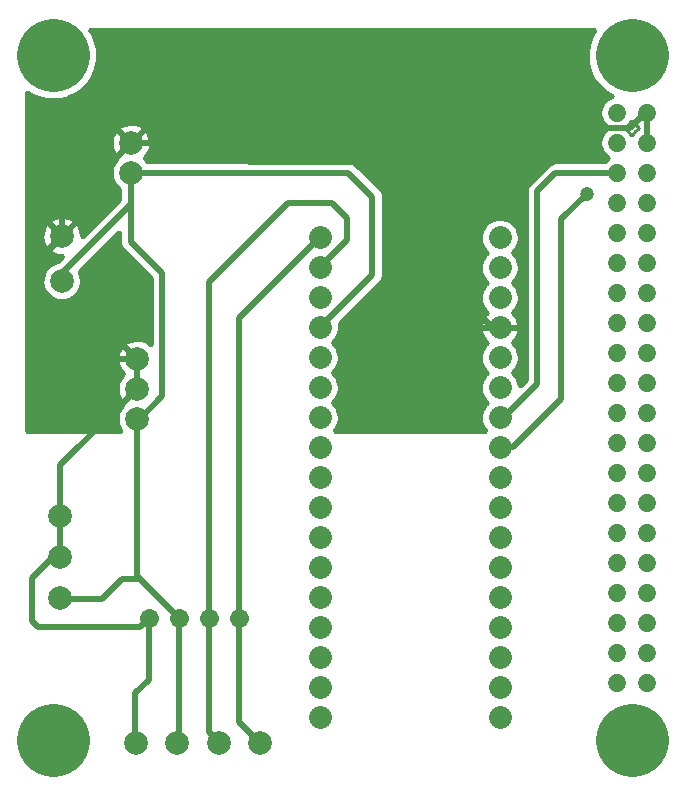
<source format=gbl>
G04 ( created by brdgerber.py ( brdgerber.py v0.1 2014-03-12 ) ) date 2021-01-26 02:29:10 EST*
G04 Gerber Fmt 3.4, Leading zero omitted, Abs format*
%MOIN*%
%FSLAX34Y34*%
G01*
G70*
G90*
G04 APERTURE LIST*
%ADD12C,0.0050*%
%ADD18C,0.0060*%
%ADD20C,0.0472*%
%ADD10C,0.0760*%
%ADD11C,0.0000*%
%ADD13C,0.0589*%
%ADD15C,0.0200*%
%ADD19C,0.0787*%
%ADD21C,0.0100*%
%ADD17C,0.0642*%
%ADD16C,0.0787*%
%ADD14C,0.2440*%
G04 APERTURE END LIST*
G54D12*
D10*
G01X-01600Y-09500D02*
G01X-01600Y-09500D01*
D10*
G01X-01600Y-08500D02*
G01X-01600Y-08500D01*
D10*
G01X-01600Y-07500D02*
G01X-01600Y-07500D01*
D10*
G01X-01600Y-06500D02*
G01X-01600Y-06500D01*
D10*
G01X-01600Y-05500D02*
G01X-01600Y-05500D01*
D10*
G01X-01600Y-04500D02*
G01X-01600Y-04500D01*
D10*
G01X-01600Y-03500D02*
G01X-01600Y-03500D01*
D10*
G01X-01600Y-02500D02*
G01X-01600Y-02500D01*
D10*
G01X-01600Y-01500D02*
G01X-01600Y-01500D01*
D10*
G01X-01600Y-00500D02*
G01X-01600Y-00500D01*
D10*
G01X-01600Y00500D02*
G01X-01600Y00500D01*
D10*
G01X04400Y03500D02*
G01X04400Y03500D01*
D10*
G01X04400Y02500D02*
G01X04400Y02500D01*
D10*
G01X-01600Y03500D02*
G01X-01600Y03500D01*
D10*
G01X-01600Y04500D02*
G01X-01600Y04500D01*
D10*
G01X-01600Y05500D02*
G01X-01600Y05500D01*
D10*
G01X-01600Y06500D02*
G01X-01600Y06500D01*
D10*
G01X04400Y06500D02*
G01X04400Y06500D01*
D10*
G01X04400Y05500D02*
G01X04400Y05500D01*
D10*
G01X04400Y04500D02*
G01X04400Y04500D01*
D10*
G01X-01600Y01500D02*
G01X-01600Y01500D01*
D10*
G01X-01600Y02500D02*
G01X-01600Y02500D01*
D10*
G01X04400Y01500D02*
G01X04400Y01500D01*
D10*
G01X04400Y00500D02*
G01X04400Y00500D01*
D10*
G01X04400Y-00500D02*
G01X04400Y-00500D01*
D10*
G01X04400Y-01500D02*
G01X04400Y-01500D01*
D10*
G01X04400Y-02500D02*
G01X04400Y-02500D01*
D10*
G01X04400Y-03500D02*
G01X04400Y-03500D01*
D10*
G01X04400Y-04500D02*
G01X04400Y-04500D01*
D10*
G01X04400Y-05500D02*
G01X04400Y-05500D01*
D10*
G01X04400Y-06500D02*
G01X04400Y-06500D01*
D10*
G01X04400Y-07500D02*
G01X04400Y-07500D01*
D10*
G01X04400Y-08500D02*
G01X04400Y-08500D01*
D10*
G01X04400Y-09500D02*
G01X04400Y-09500D01*
D13*
G01X08295Y10650D02*
G01X08295Y10650D01*
D13*
G01X09295Y10650D02*
G01X09295Y10650D01*
D13*
G01X08295Y09650D02*
G01X08295Y09650D01*
D13*
G01X09295Y09650D02*
G01X09295Y09650D01*
D13*
G01X08295Y08650D02*
G01X08295Y08650D01*
D13*
G01X09295Y08650D02*
G01X09295Y08650D01*
D13*
G01X08295Y07650D02*
G01X08295Y07650D01*
D13*
G01X09295Y07650D02*
G01X09295Y07650D01*
D13*
G01X08295Y06650D02*
G01X08295Y06650D01*
D13*
G01X09295Y06650D02*
G01X09295Y06650D01*
D13*
G01X08295Y05650D02*
G01X08295Y05650D01*
D13*
G01X09295Y05650D02*
G01X09295Y05650D01*
D13*
G01X08295Y04650D02*
G01X08295Y04650D01*
D13*
G01X09295Y04650D02*
G01X09295Y04650D01*
D13*
G01X08295Y03650D02*
G01X08295Y03650D01*
D13*
G01X09295Y03650D02*
G01X09295Y03650D01*
D13*
G01X08295Y02650D02*
G01X08295Y02650D01*
D13*
G01X09295Y02650D02*
G01X09295Y02650D01*
D13*
G01X08295Y01650D02*
G01X08295Y01650D01*
D13*
G01X09295Y01650D02*
G01X09295Y01650D01*
D13*
G01X08295Y00650D02*
G01X08295Y00650D01*
D13*
G01X09295Y00650D02*
G01X09295Y00650D01*
D13*
G01X08295Y-00350D02*
G01X08295Y-00350D01*
D13*
G01X09295Y-00350D02*
G01X09295Y-00350D01*
D13*
G01X08295Y-01350D02*
G01X08295Y-01350D01*
D13*
G01X09295Y-01350D02*
G01X09295Y-01350D01*
D13*
G01X08295Y-02350D02*
G01X08295Y-02350D01*
D13*
G01X09295Y-02350D02*
G01X09295Y-02350D01*
D13*
G01X08295Y-03350D02*
G01X08295Y-03350D01*
D13*
G01X09295Y-03350D02*
G01X09295Y-03350D01*
D13*
G01X08295Y-04350D02*
G01X08295Y-04350D01*
D13*
G01X09295Y-04350D02*
G01X09295Y-04350D01*
D13*
G01X08295Y-05350D02*
G01X08295Y-05350D01*
D13*
G01X09295Y-05350D02*
G01X09295Y-05350D01*
D13*
G01X08295Y-06350D02*
G01X08295Y-06350D01*
D13*
G01X09295Y-06350D02*
G01X09295Y-06350D01*
D13*
G01X08295Y-07350D02*
G01X08295Y-07350D01*
D13*
G01X09295Y-07350D02*
G01X09295Y-07350D01*
D13*
G01X08295Y-08350D02*
G01X08295Y-08350D01*
D13*
G01X09295Y-08350D02*
G01X09295Y-08350D01*
D14*
G01X-10496Y12568D02*
G01X-10496Y12568D01*
D14*
G01X08795Y12568D02*
G01X08795Y12568D01*
D14*
G01X08795Y-10267D02*
G01X08795Y-10267D01*
D14*
G01X-10496Y-10267D02*
G01X-10496Y-10267D01*
D15*
G01X-10200Y07350D02*
G01X-07900Y09650D01*
D16*
X-07900Y09650D03*
D16*
X-07900Y08650D03*
D16*
X-07700Y02450D03*
D16*
X-07700Y01450D03*
D16*
X-07700Y00450D03*
D16*
X-07728Y-10350D03*
D16*
X-06350Y-10350D03*
D16*
X-04972Y-10350D03*
D16*
X-03594Y-10350D03*
D17*
G01X-07300Y-06200D02*
G01X-07300Y-06200D01*
D17*
G01X-06300Y-06200D02*
G01X-06300Y-06200D01*
D17*
G01X-05300Y-06200D02*
G01X-05300Y-06200D01*
D17*
G01X-04300Y-06200D02*
G01X-04300Y-06200D01*
D16*
X-10250Y-02772D03*
D16*
X-10250Y-04150D03*
D16*
X-10250Y-05528D03*
D15*
G01X-10200Y06550D02*
G01X-10200Y07350D01*
D19*
X-10200Y06550D03*
D19*
X-10200Y05050D03*
D15*
G01X-07300Y-06200D02*
G01X-07300Y-08250D01*
D15*
G01X-07300Y-08250D02*
G01X-07750Y-08700D01*
D15*
G01X-07750Y-08700D02*
G01X-07750Y-10350D01*
D15*
G01X-06300Y-06200D02*
G01X-06300Y-10300D01*
D15*
G01X-06300Y-10300D02*
G01X-06350Y-10350D01*
D15*
G01X-05300Y-06200D02*
G01X-05300Y-10000D01*
D15*
G01X-05300Y-10000D02*
G01X-04950Y-10350D01*
D15*
G01X-04300Y-06200D02*
G01X-04300Y-09650D01*
D15*
G01X-04300Y-09650D02*
G01X-03600Y-10350D01*
D15*
G01X-10250Y-05550D02*
G01X-08850Y-05550D01*
D15*
G01X-08850Y-05550D02*
G01X-08200Y-04900D01*
D15*
G01X-08200Y-04900D02*
G01X-07600Y-04900D01*
D15*
G01X-07600Y-04900D02*
G01X-06300Y-06200D01*
D15*
G01X-10250Y-04150D02*
G01X-10500Y-04150D01*
D15*
G01X-10500Y-04150D02*
G01X-11200Y-04850D01*
D15*
G01X-11200Y-04850D02*
G01X-11200Y-06300D01*
D15*
G01X-11200Y-06300D02*
G01X-11000Y-06500D01*
D15*
G01X-11000Y-06500D02*
G01X-07600Y-06500D01*
D15*
G01X-07600Y-06500D02*
G01X-07300Y-06200D01*
D15*
G01X-10250Y-04150D02*
G01X-10250Y-02750D01*
D15*
G01X-10250Y-02750D02*
G01X-10250Y-01100D01*
D15*
G01X-10250Y-01100D02*
G01X-07700Y01450D01*
D15*
G01X-07700Y02450D02*
G01X-07700Y01450D01*
D15*
G01X-07700Y00450D02*
G01X-07700Y-04800D01*
D15*
G01X-07700Y-04800D02*
G01X-07600Y-04900D01*
D15*
G01X-05300Y-06200D02*
G01X-05300Y05000D01*
D15*
G01X-05300Y05000D02*
G01X-02650Y07650D01*
D15*
G01X-02650Y07650D02*
G01X-01200Y07650D01*
D15*
G01X-01200Y07650D02*
G01X-00700Y07150D01*
D15*
G01X-00700Y07150D02*
G01X-00700Y06400D01*
D15*
G01X-00700Y06400D02*
G01X-01600Y05500D01*
D15*
G01X-04300Y-06200D02*
G01X-04300Y03800D01*
D15*
G01X-04300Y03800D02*
G01X-01600Y06500D01*
D15*
G01X-10200Y05050D02*
G01X-10200Y05300D01*
D15*
G01X-10200Y05300D02*
G01X-07900Y07600D01*
D15*
G01X-07900Y07600D02*
G01X-07900Y08650D01*
D15*
G01X-07700Y00450D02*
G01X-07600Y00450D01*
D15*
G01X-07600Y00450D02*
G01X-06850Y01200D01*
D15*
G01X-06850Y01200D02*
G01X-06850Y05300D01*
D15*
G01X-06850Y05300D02*
G01X-07900Y06350D01*
D15*
G01X-07900Y06350D02*
G01X-07900Y07650D01*
D15*
G01X-07700Y02450D02*
G01X-09050Y02450D01*
D15*
G01X-09050Y02450D02*
G01X-10950Y04350D01*
D15*
G01X-10950Y04350D02*
G01X-10950Y05800D01*
D15*
G01X-10950Y05800D02*
G01X-10200Y06550D01*
D15*
G01X09300Y10650D02*
G01X09300Y09650D01*
D15*
G01X09300Y10650D02*
G01X09250Y10650D01*
D15*
G01X09250Y10650D02*
G01X08750Y10150D01*
D15*
G01X08750Y10150D02*
G01X-00200Y10150D01*
D15*
G01X04400Y03500D02*
G01X04150Y03500D01*
D15*
G01X04150Y03500D02*
G01X03250Y04400D01*
D15*
G01X03250Y04400D02*
G01X03250Y09400D01*
D15*
G01X03250Y09400D02*
G01X02500Y10150D01*
D15*
G01X-07900Y08650D02*
G01X-00650Y08650D01*
D15*
G01X-00650Y08650D02*
G01X00150Y07850D01*
D15*
G01X00150Y07850D02*
G01X00150Y05250D01*
D15*
G01X00150Y05250D02*
G01X-01600Y03500D01*
D15*
G01X05650Y08050D02*
G01X06250Y08650D01*
D15*
G01X05650Y01600D02*
G01X05650Y08050D01*
D15*
G01X04550Y00500D02*
G01X05650Y01600D01*
D15*
G01X06250Y08650D02*
G01X08300Y08650D01*
D15*
G01X04400Y00500D02*
G01X04550Y00500D01*
D15*
G01X04400Y-00500D02*
G01X04850Y-00500D01*
D15*
G01X04850Y-00500D02*
G01X06450Y01100D01*
D15*
G01X06450Y01100D02*
G01X06450Y07100D01*
D15*
G01X06450Y07100D02*
G01X07300Y07950D01*
D20*
X07300Y07950D03*
D15*
G01X-07900Y09650D02*
G01X-00700Y09650D01*
D15*
G01X-00700Y09650D02*
G01X-00200Y10150D01*
G36*
G01X-08234Y00029D02*
G01X-08223Y00069D01*
G01X-08271Y00153D01*
G01X-08321Y00281D01*
G01X-08342Y00408D01*
G01X-08341Y00504D01*
G01X-08317Y00632D01*
G01X-08268Y00754D01*
G01X-08197Y00859D01*
G01X-08143Y00915D01*
G01X-08130Y00942D01*
G01X-08134Y00972D01*
G01X-08199Y01043D01*
G01X-08271Y01153D01*
G01X-08321Y01281D01*
G01X-08342Y01408D01*
G01X-08341Y01505D01*
G01X-08317Y01632D01*
G01X-08268Y01754D01*
G01X-08197Y01859D01*
G01X-08143Y01915D01*
G01X-08130Y01942D01*
G01X-08134Y01972D01*
G01X-08199Y02043D01*
G01X-08271Y02153D01*
G01X-08321Y02281D01*
G01X-08342Y02408D01*
G01X-08341Y02504D01*
G01X-08317Y02632D01*
G01X-08268Y02754D01*
G01X-08197Y02859D01*
G01X-08189Y02868D01*
G01X-07735Y02414D01*
G01X-07664Y02485D01*
G01X-08118Y02939D01*
G01X-08020Y03008D01*
G01X-07901Y03061D01*
G01X-07771Y03089D01*
G01X-07694Y03094D01*
G01X-07551Y03076D01*
G01X-07431Y03035D01*
G01X-07258Y02926D01*
G01X-07236Y02926D01*
G01X-07202Y02953D01*
G01X-07201Y05154D01*
G01X-08184Y06145D01*
G01X-08220Y06209D01*
G01X-08246Y06301D01*
G01X-08247Y06641D01*
G01X-08253Y06664D01*
G01X-08268Y06682D01*
G01X-08313Y06689D01*
G01X-09614Y05391D01*
G01X-09629Y05349D01*
G01X-09577Y05210D01*
G01X-09558Y05090D01*
G01X-09562Y04974D01*
G01X-09590Y04846D01*
G01X-09646Y04723D01*
G01X-09731Y04609D01*
G01X-09852Y04510D01*
G01X-09971Y04449D01*
G01X-10091Y04416D01*
G01X-10236Y04407D01*
G01X-10361Y04427D01*
G01X-10485Y04473D01*
G01X-10607Y04552D01*
G01X-10700Y04646D01*
G01X-10779Y04770D01*
G01X-10825Y04897D01*
G01X-10843Y05018D01*
G01X-10843Y06518D01*
G01X-10837Y06634D01*
G01X-10805Y06768D01*
G01X-10752Y06880D01*
G01X-10686Y06966D01*
G01X-10616Y07037D01*
G01X-10562Y07083D01*
G01X-10431Y07150D01*
G01X-10308Y07184D01*
G01X-10239Y07192D01*
G01X-10120Y07188D01*
G01X-09989Y07158D01*
G01X-09874Y07105D01*
G01X-09783Y07038D01*
G01X-10200Y06621D01*
G01X-10616Y07037D01*
G01X-10686Y06966D01*
G01X-10271Y06550D01*
G01X-10687Y06133D01*
G01X-10700Y06146D01*
G01X-10780Y06272D01*
G01X-10825Y06397D01*
G01X-10843Y06518D01*
G01X-10843Y05018D01*
G01X-10837Y05134D01*
G01X-10805Y05268D01*
G01X-10752Y05380D01*
G01X-10661Y05499D01*
G01X-10562Y05583D01*
G01X-10431Y05650D01*
G01X-10313Y05682D01*
G01X-10154Y05844D01*
G01X-10153Y05868D01*
G01X-10163Y05890D01*
G01X-10181Y05905D01*
G01X-10361Y05927D01*
G01X-10485Y05973D01*
G01X-10607Y06052D01*
G01X-10617Y06062D01*
G01X-10164Y06514D01*
G01X-09711Y06968D01*
G01X-09705Y06961D01*
G01X-09626Y06839D01*
G01X-09577Y06710D01*
G01X-09554Y06531D01*
G01X-09539Y06513D01*
G01X-09517Y06504D01*
G01X-09494Y06505D01*
G01X-08252Y07746D01*
G01X-08247Y08083D01*
G01X-08263Y08120D01*
G01X-08401Y08245D01*
G01X-08472Y08355D01*
G01X-08521Y08481D01*
G01X-08542Y08605D01*
G01X-08541Y08704D01*
G01X-08517Y08832D01*
G01X-08468Y08954D01*
G01X-08397Y09059D01*
G01X-08343Y09115D01*
G01X-08330Y09142D01*
G01X-08334Y09172D01*
G01X-08399Y09243D01*
G01X-08472Y09355D01*
G01X-08521Y09481D01*
G01X-08542Y09605D01*
G01X-08541Y09704D01*
G01X-08517Y09832D01*
G01X-08466Y09957D01*
G01X-08397Y10059D01*
G01X-08389Y10068D01*
G01X-08318Y10139D01*
G01X-08220Y10208D01*
G01X-08101Y10261D01*
G01X-07971Y10289D01*
G01X-07894Y10294D01*
G01X-07751Y10276D01*
G01X-07631Y10235D01*
G01X-07520Y10169D01*
G01X-07485Y10136D01*
G01X-07900Y09721D01*
G01X-08318Y10139D01*
G01X-08389Y10068D01*
G01X-07935Y09614D01*
G01X-07900Y09650D01*
G01X-07864Y09614D01*
G01X-07411Y10068D01*
G01X-07404Y10061D01*
G01X-07324Y09938D01*
G01X-07278Y09813D01*
G01X-07257Y09689D01*
G01X-07270Y09524D01*
G01X-07308Y09397D01*
G01X-07380Y09271D01*
G01X-07417Y09224D01*
G01X-07456Y09190D01*
G01X-07472Y09162D01*
G01X-07468Y09131D01*
G01X-07406Y09063D01*
G01X-07379Y09021D01*
G01X-07347Y09000D01*
G01X-00599Y08996D01*
G01X-00498Y08965D01*
G01X-00438Y08928D01*
G01X00398Y08098D01*
G01X04469Y07126D01*
G01X04602Y07097D01*
G01X04719Y07043D01*
G01X04826Y06964D01*
G01X04925Y06849D01*
G01X04985Y06733D01*
G01X05021Y06606D01*
G01X05029Y06535D01*
G01X05027Y06439D01*
G01X05001Y06311D01*
G01X04945Y06184D01*
G01X04873Y06084D01*
G01X04824Y06041D01*
G01X04807Y06010D01*
G01X04815Y05976D01*
G01X04925Y05849D01*
G01X04985Y05733D01*
G01X05021Y05606D01*
G01X05029Y05535D01*
G01X05027Y05440D01*
G01X05001Y05311D01*
G01X04945Y05184D01*
G01X04873Y05084D01*
G01X04824Y05041D01*
G01X04807Y05010D01*
G01X04815Y04976D01*
G01X04925Y04849D01*
G01X04985Y04733D01*
G01X05021Y04606D01*
G01X05029Y04535D01*
G01X05027Y04439D01*
G01X05001Y04311D01*
G01X04945Y04184D01*
G01X04873Y04084D01*
G01X04824Y04041D01*
G01X04807Y04010D01*
G01X04815Y03976D01*
G01X04925Y03849D01*
G01X04985Y03733D01*
G01X05021Y03606D01*
G01X05027Y03550D01*
G01X03774Y03550D01*
G01X03775Y03576D01*
G01X03807Y03712D01*
G01X03861Y03827D01*
G01X03941Y03931D01*
G01X03977Y03961D01*
G01X03994Y03989D01*
G01X03990Y04022D01*
G01X03906Y04109D01*
G01X03835Y04222D01*
G01X03789Y04346D01*
G01X03770Y04484D01*
G01X03775Y04576D01*
G01X03807Y04712D01*
G01X03862Y04828D01*
G01X03941Y04931D01*
G01X03977Y04961D01*
G01X03994Y04989D01*
G01X03990Y05022D01*
G01X03906Y05109D01*
G01X03835Y05223D01*
G01X03789Y05346D01*
G01X03770Y05484D01*
G01X03775Y05576D01*
G01X03807Y05712D01*
G01X03861Y05827D01*
G01X03941Y05931D01*
G01X03977Y05961D01*
G01X03994Y05989D01*
G01X03990Y06022D01*
G01X03906Y06109D01*
G01X03835Y06222D01*
G01X03789Y06346D01*
G01X03770Y06484D01*
G01X03775Y06576D01*
G01X03807Y06712D01*
G01X03861Y06827D01*
G01X03944Y06935D01*
G01X04056Y07028D01*
G01X04177Y07089D01*
G01X04302Y07122D01*
G01X04372Y07129D01*
G01X04469Y07126D01*
G01X00398Y08098D01*
G01X00466Y08000D01*
G01X00491Y07929D01*
G01X00500Y07865D01*
G01X00494Y05312D01*
G01X00500Y05235D01*
G01X00476Y05123D01*
G01X00446Y05062D01*
G01X-00969Y03635D01*
G01X-00976Y03619D01*
G01X-00973Y03439D01*
G01X-00999Y03311D01*
G01X-01055Y03184D01*
G01X-01127Y03084D01*
G01X-01176Y03041D01*
G01X-01193Y03010D01*
G01X-01185Y02976D01*
G01X-01075Y02849D01*
G01X-01015Y02733D01*
G01X-00979Y02606D01*
G01X-00971Y02535D01*
G01X-00973Y02439D01*
G01X-00999Y02311D01*
G01X-01055Y02184D01*
G01X-01127Y02084D01*
G01X-01176Y02041D01*
G01X-01193Y02010D01*
G01X-01185Y01976D01*
G01X-01075Y01849D01*
G01X-01015Y01733D01*
G01X-00979Y01606D01*
G01X-00971Y01535D01*
G01X-00973Y01439D01*
G01X-00999Y01311D01*
G01X-01055Y01184D01*
G01X-01127Y01084D01*
G01X-01176Y01041D01*
G01X-01193Y01010D01*
G01X-01185Y00976D01*
G01X-01075Y00849D01*
G01X-01015Y00733D01*
G01X-00979Y00606D01*
G01X-00971Y00535D01*
G01X-00973Y00439D01*
G01X-00999Y00311D01*
G01X-01055Y00184D01*
G01X-01131Y00071D01*
G01X-01121Y00030D01*
G01X-01082Y00013D01*
G01X03905Y00017D01*
G01X03931Y00054D01*
G01X03930Y00077D01*
G01X03835Y00222D01*
G01X03789Y00346D01*
G01X03770Y00484D01*
G01X03775Y00576D01*
G01X03807Y00712D01*
G01X03861Y00827D01*
G01X03941Y00931D01*
G01X03977Y00961D01*
G01X03994Y00989D01*
G01X03990Y01022D01*
G01X03906Y01109D01*
G01X03835Y01222D01*
G01X03789Y01346D01*
G01X03770Y01484D01*
G01X03775Y01576D01*
G01X03807Y01712D01*
G01X03861Y01827D01*
G01X03941Y01931D01*
G01X03977Y01961D01*
G01X03994Y01989D01*
G01X03990Y02022D01*
G01X03906Y02109D01*
G01X03835Y02222D01*
G01X03789Y02346D01*
G01X03770Y02484D01*
G01X03775Y02576D01*
G01X03807Y02712D01*
G01X03861Y02827D01*
G01X03941Y02931D01*
G01X03977Y02961D01*
G01X03994Y02989D01*
G01X03990Y03022D01*
G01X03906Y03109D01*
G01X03835Y03222D01*
G01X03789Y03346D01*
G01X03775Y03450D01*
G01X05027Y03450D01*
G01X05027Y03439D01*
G01X05001Y03311D01*
G01X04945Y03184D01*
G01X04873Y03084D01*
G01X04824Y03041D01*
G01X04807Y03010D01*
G01X04815Y02976D01*
G01X04925Y02849D01*
G01X04985Y02733D01*
G01X05021Y02606D01*
G01X05029Y02535D01*
G01X05027Y02439D01*
G01X05001Y02311D01*
G01X04945Y02184D01*
G01X04873Y02084D01*
G01X04824Y02041D01*
G01X04807Y02010D01*
G01X04815Y01976D01*
G01X04925Y01849D01*
G01X04985Y01733D01*
G01X05024Y01582D01*
G01X05048Y01545D01*
G01X05069Y01538D01*
G01X05091Y01541D01*
G01X05299Y01746D01*
G01X05301Y08056D01*
G01X05311Y08137D01*
G01X05330Y08188D01*
G01X05370Y08259D01*
G01X06038Y08927D01*
G01X06093Y08963D01*
G01X06161Y08988D01*
G01X06242Y08999D01*
G01X07864Y08998D01*
G01X07893Y09015D01*
G01X08016Y09121D01*
G01X08024Y09161D01*
G01X08000Y09193D01*
G01X07907Y09267D01*
G01X07844Y09347D01*
G01X07796Y09432D01*
G01X07755Y09580D01*
G01X07751Y09675D01*
G01X07769Y09791D01*
G01X07806Y09890D01*
G01X07847Y09960D01*
G01X07912Y10038D01*
G01X08016Y10121D01*
G01X08024Y10161D01*
G01X08000Y10193D01*
G01X07907Y10267D01*
G01X07844Y10347D01*
G01X07796Y10432D01*
G01X07768Y10514D01*
G01X07755Y10580D01*
G01X07751Y10675D01*
G01X07769Y10791D01*
G01X07806Y10890D01*
G01X07847Y10960D01*
G01X07912Y11038D01*
G01X07992Y11101D01*
G01X08076Y11148D01*
G01X08145Y11176D01*
G01X08160Y11218D01*
G01X08152Y11240D01*
G01X07982Y11343D01*
G01X07828Y11461D01*
G01X07713Y11573D01*
G01X07590Y11726D01*
G01X07487Y11897D01*
G01X07402Y12097D01*
G01X07350Y12300D01*
G01X07326Y12510D01*
G01X07332Y12715D01*
G01X07363Y12900D01*
G01X07394Y13014D01*
G01X07478Y13222D01*
G01X07572Y13383D01*
G01X07577Y13423D01*
G01X07549Y13454D01*
G01X-09233Y13458D01*
G01X-09271Y13441D01*
G01X-09283Y13401D01*
G01X-09205Y13271D01*
G01X-09123Y13094D01*
G01X-09083Y12975D01*
G01X-09041Y12774D01*
G01X-09030Y12675D01*
G01X-09030Y12464D01*
G01X-09058Y12267D01*
G01X-09122Y12045D01*
G01X-09204Y11867D01*
G01X-09309Y11703D01*
G01X-09456Y11530D01*
G01X-09627Y11383D01*
G01X-09788Y11280D01*
G01X-09962Y11198D01*
G01X-10069Y11161D01*
G01X-10275Y11115D01*
G01X-10526Y11098D01*
G01X-10742Y11120D01*
G01X-10955Y11172D01*
G01X-11143Y11248D01*
G01X-11318Y11349D01*
G01X-11353Y11351D01*
G01X-11378Y11332D01*
G01X-11389Y11303D01*
G01X-11386Y00047D01*
G01X-11367Y00022D01*
G01X-11338Y00012D01*
G01X-08272Y00012D01*
G01X-08234Y00029D01*
G01X-08234Y00029D01*
G37*
D21*
G01X08752Y09944D02*
G01X08752Y09944D01*
G01X08683Y10033D01*
G01X08590Y10107D01*
G01X08566Y10139D01*
G01X08574Y10179D01*
G01X08678Y10262D01*
G01X08752Y10355D01*
G01X08784Y10379D01*
G01X08824Y10371D01*
G01X08907Y10267D01*
G01X09000Y10193D01*
G01X09024Y10161D01*
G01X09016Y10121D01*
G01X08912Y10038D01*
G01X08838Y09945D01*
G01X08806Y09921D01*
G01X08785Y09921D01*
G01X08752Y09944D01*
D21*
G01X-07485Y10136D02*
G01X-07485Y10136D01*
G01X-07520Y10169D01*
G01X-07631Y10235D01*
G01X-07751Y10276D01*
G01X-07894Y10294D01*
G01X-07971Y10289D01*
G01X-08101Y10261D01*
G01X-08220Y10208D01*
G01X-08318Y10139D01*
G01X-07900Y09721D01*
G01X-07900Y09721D01*
G01X-07485Y10136D01*
D21*
G01X-09783Y07038D02*
G01X-09783Y07038D01*
G01X-09874Y07105D01*
G01X-09989Y07158D01*
G01X-10120Y07188D01*
G01X-10239Y07192D01*
G01X-10308Y07184D01*
G01X-10431Y07150D01*
G01X-10562Y07083D01*
G01X-10616Y07037D01*
G01X-10200Y06621D01*
G01X-10200Y06621D01*
G01X-09783Y07038D01*
D21*
G01X-10271Y06550D02*
G01X-10271Y06550D01*
G01X-10686Y06966D01*
G01X-10752Y06880D01*
G01X-10805Y06768D01*
G01X-10837Y06634D01*
G01X-10843Y06518D01*
G01X-10825Y06397D01*
G01X-10780Y06272D01*
G01X-10700Y06146D01*
G01X-10687Y06133D01*
G01X-10687Y06133D01*
G01X-10271Y06550D01*
D21*
G01X05027Y03550D02*
G01X05027Y03550D01*
G01X05021Y03606D01*
G01X04985Y03733D01*
G01X04925Y03849D01*
G01X04815Y03976D01*
G01X04807Y04010D01*
G01X04824Y04041D01*
G01X04873Y04084D01*
G01X04945Y04184D01*
G01X05001Y04311D01*
G01X05027Y04439D01*
G01X05029Y04535D01*
G01X05021Y04606D01*
G01X04985Y04733D01*
G01X04925Y04849D01*
G01X04815Y04976D01*
G01X04807Y05010D01*
G01X04824Y05041D01*
G01X04873Y05084D01*
G01X04945Y05184D01*
G01X05001Y05311D01*
G01X05027Y05440D01*
G01X05029Y05535D01*
G01X05021Y05606D01*
G01X04985Y05733D01*
G01X04925Y05849D01*
G01X04815Y05976D01*
G01X04807Y06010D01*
G01X04824Y06041D01*
G01X04873Y06084D01*
G01X04945Y06184D01*
G01X05001Y06311D01*
G01X05027Y06439D01*
G01X05029Y06535D01*
G01X05021Y06606D01*
G01X04985Y06733D01*
G01X04925Y06849D01*
G01X04826Y06964D01*
G01X04719Y07043D01*
G01X04602Y07097D01*
G01X04469Y07126D01*
G01X04372Y07129D01*
G01X04302Y07122D01*
G01X04177Y07089D01*
G01X04056Y07028D01*
G01X03944Y06935D01*
G01X03861Y06827D01*
G01X03807Y06712D01*
G01X03775Y06576D01*
G01X03770Y06484D01*
G01X03789Y06346D01*
G01X03835Y06222D01*
G01X03906Y06109D01*
G01X03990Y06022D01*
G01X03994Y05989D01*
G01X03977Y05961D01*
G01X03941Y05931D01*
G01X03861Y05827D01*
G01X03807Y05712D01*
G01X03775Y05576D01*
G01X03770Y05484D01*
G01X03789Y05346D01*
G01X03835Y05223D01*
G01X03906Y05109D01*
G01X03990Y05022D01*
G01X03994Y04989D01*
G01X03977Y04961D01*
G01X03941Y04931D01*
G01X03862Y04828D01*
G01X03807Y04712D01*
G01X03775Y04576D01*
G01X03770Y04484D01*
G01X03789Y04346D01*
G01X03835Y04222D01*
G01X03906Y04109D01*
G01X03990Y04022D01*
G01X03994Y03989D01*
G01X03977Y03961D01*
G01X03941Y03931D01*
G01X03861Y03827D01*
G01X03807Y03712D01*
G01X03775Y03576D01*
G01X03774Y03550D01*
G01X03774Y03550D01*
G01X05027Y03550D01*
D21*
G01X-11368Y00023D02*
G01X-11368Y00023D01*
G01X-11387Y00048D01*
G01X-11389Y11303D01*
G01X-11379Y11332D01*
G01X-11354Y11351D01*
G01X-11318Y11349D01*
G01X-11143Y11248D01*
G01X-10955Y11172D01*
G01X-10742Y11120D01*
G01X-10526Y11098D01*
G01X-10275Y11115D01*
G01X-10069Y11161D01*
G01X-09962Y11198D01*
G01X-09788Y11280D01*
G01X-09627Y11383D01*
G01X-09456Y11530D01*
G01X-09309Y11703D01*
G01X-09204Y11867D01*
G01X-09122Y12045D01*
G01X-09058Y12267D01*
G01X-09030Y12464D01*
G01X-09030Y12675D01*
G01X-09041Y12774D01*
G01X-09083Y12975D01*
G01X-09123Y13094D01*
G01X-09205Y13271D01*
G01X-09283Y13401D01*
G01X-09271Y13441D01*
G01X-09233Y13458D01*
G01X07549Y13454D01*
G01X07577Y13423D01*
G01X07572Y13383D01*
G01X07478Y13222D01*
G01X07394Y13014D01*
G01X07363Y12900D01*
G01X07332Y12715D01*
G01X07326Y12510D01*
G01X07350Y12300D01*
G01X07402Y12097D01*
G01X07487Y11897D01*
G01X07590Y11726D01*
G01X07713Y11573D01*
G01X07828Y11461D01*
G01X07982Y11343D01*
G01X08152Y11240D01*
G01X08160Y11218D01*
G01X08145Y11176D01*
G01X08076Y11148D01*
G01X07992Y11101D01*
G01X07912Y11038D01*
G01X07847Y10960D01*
G01X07806Y10890D01*
G01X07769Y10791D01*
G01X07751Y10675D01*
G01X07755Y10580D01*
G01X07768Y10514D01*
G01X07796Y10432D01*
G01X07844Y10347D01*
G01X07907Y10267D01*
G01X08000Y10193D01*
G01X08024Y10161D01*
G01X08016Y10121D01*
G01X07912Y10038D01*
G01X07847Y09960D01*
G01X07806Y09890D01*
G01X07769Y09791D01*
G01X07751Y09675D01*
G01X07755Y09580D01*
G01X07796Y09432D01*
G01X07844Y09347D01*
G01X07907Y09267D01*
G01X08000Y09193D01*
G01X08024Y09161D01*
G01X08016Y09121D01*
G01X07893Y09015D01*
G01X07864Y08998D01*
G01X06242Y08999D01*
G01X06161Y08988D01*
G01X06093Y08963D01*
G01X06038Y08927D01*
G01X05370Y08259D01*
G01X05330Y08188D01*
G01X05311Y08137D01*
G01X05301Y08056D01*
G01X05299Y01746D01*
G01X05091Y01541D01*
G01X05069Y01538D01*
G01X05048Y01545D01*
G01X05024Y01582D01*
G01X04985Y01733D01*
G01X04925Y01849D01*
G01X04815Y01976D01*
G01X04807Y02010D01*
G01X04824Y02041D01*
G01X04873Y02084D01*
G01X04945Y02184D01*
G01X05001Y02311D01*
G01X05027Y02439D01*
G01X05029Y02535D01*
G01X05021Y02606D01*
G01X04985Y02733D01*
G01X04925Y02849D01*
G01X04815Y02976D01*
G01X04807Y03010D01*
G01X04824Y03041D01*
G01X04873Y03084D01*
G01X04945Y03184D01*
G01X05001Y03311D01*
G01X05027Y03439D01*
G01X05027Y03450D01*
G01X03775Y03450D01*
G01X03789Y03346D01*
G01X03835Y03222D01*
G01X03906Y03109D01*
G01X03990Y03022D01*
G01X03994Y02989D01*
G01X03977Y02961D01*
G01X03941Y02931D01*
G01X03861Y02827D01*
G01X03807Y02712D01*
G01X03775Y02576D01*
G01X03770Y02484D01*
G01X03789Y02346D01*
G01X03835Y02222D01*
G01X03906Y02109D01*
G01X03990Y02022D01*
G01X03994Y01989D01*
G01X03977Y01961D01*
G01X03941Y01931D01*
G01X03861Y01827D01*
G01X03807Y01712D01*
G01X03775Y01576D01*
G01X03770Y01484D01*
G01X03789Y01346D01*
G01X03835Y01222D01*
G01X03906Y01109D01*
G01X03990Y01022D01*
G01X03994Y00989D01*
G01X03977Y00961D01*
G01X03941Y00931D01*
G01X03861Y00827D01*
G01X03807Y00712D01*
G01X03775Y00576D01*
G01X03770Y00484D01*
G01X03789Y00346D01*
G01X03835Y00222D01*
G01X03930Y00078D01*
G01X03931Y00055D01*
G01X03905Y00018D01*
G01X-01082Y00013D01*
G01X-01121Y00031D01*
G01X-01131Y00072D01*
G01X-01055Y00184D01*
G01X-00999Y00311D01*
G01X-00973Y00439D01*
G01X-00971Y00535D01*
G01X-00979Y00606D01*
G01X-01015Y00733D01*
G01X-01075Y00849D01*
G01X-01185Y00976D01*
G01X-01193Y01010D01*
G01X-01176Y01041D01*
G01X-01127Y01084D01*
G01X-01055Y01184D01*
G01X-00999Y01311D01*
G01X-00973Y01439D01*
G01X-00971Y01535D01*
G01X-00979Y01606D01*
G01X-01015Y01733D01*
G01X-01075Y01849D01*
G01X-01185Y01976D01*
G01X-01193Y02010D01*
G01X-01176Y02041D01*
G01X-01127Y02084D01*
G01X-01055Y02184D01*
G01X-00999Y02311D01*
G01X-00973Y02439D01*
G01X-00971Y02535D01*
G01X-00979Y02606D01*
G01X-01015Y02733D01*
G01X-01075Y02849D01*
G01X-01185Y02976D01*
G01X-01193Y03010D01*
G01X-01176Y03041D01*
G01X-01127Y03084D01*
G01X-01055Y03184D01*
G01X-00999Y03311D01*
G01X-00973Y03439D01*
G01X-00976Y03619D01*
G01X-00969Y03635D01*
G01X00446Y05062D01*
G01X00476Y05123D01*
G01X00500Y05235D01*
G01X00494Y05312D01*
G01X00500Y07865D01*
G01X00491Y07929D01*
G01X00466Y08000D01*
G01X00398Y08098D01*
G01X-00438Y08928D01*
G01X-00498Y08965D01*
G01X-00599Y08996D01*
G01X-07347Y09000D01*
G01X-07379Y09021D01*
G01X-07406Y09063D01*
G01X-07468Y09131D01*
G01X-07472Y09162D01*
G01X-07456Y09190D01*
G01X-07417Y09224D01*
G01X-07380Y09271D01*
G01X-07308Y09397D01*
G01X-07270Y09524D01*
G01X-07257Y09689D01*
G01X-07278Y09813D01*
G01X-07324Y09938D01*
G01X-07404Y10061D01*
G01X-07411Y10068D01*
G01X-07865Y09615D01*
G01X-07900Y09650D01*
G01X-07935Y09615D01*
G01X-08389Y10068D01*
G01X-08397Y10059D01*
G01X-08466Y09957D01*
G01X-08517Y09832D01*
G01X-08541Y09704D01*
G01X-08542Y09605D01*
G01X-08521Y09481D01*
G01X-08472Y09355D01*
G01X-08399Y09243D01*
G01X-08334Y09172D01*
G01X-08330Y09142D01*
G01X-08343Y09115D01*
G01X-08397Y09059D01*
G01X-08468Y08954D01*
G01X-08517Y08832D01*
G01X-08541Y08704D01*
G01X-08542Y08605D01*
G01X-08521Y08481D01*
G01X-08472Y08355D01*
G01X-08401Y08245D01*
G01X-08263Y08120D01*
G01X-08247Y08083D01*
G01X-08252Y07746D01*
G01X-09494Y06505D01*
G01X-09517Y06504D01*
G01X-09539Y06513D01*
G01X-09554Y06531D01*
G01X-09577Y06710D01*
G01X-09626Y06839D01*
G01X-09705Y06961D01*
G01X-09711Y06968D01*
G01X-10165Y06515D01*
G01X-10617Y06062D01*
G01X-10607Y06052D01*
G01X-10485Y05973D01*
G01X-10361Y05927D01*
G01X-10181Y05905D01*
G01X-10163Y05890D01*
G01X-10153Y05868D01*
G01X-10154Y05844D01*
G01X-10313Y05682D01*
G01X-10431Y05650D01*
G01X-10562Y05583D01*
G01X-10661Y05499D01*
G01X-10752Y05380D01*
G01X-10805Y05268D01*
G01X-10837Y05134D01*
G01X-10843Y05018D01*
G01X-10825Y04897D01*
G01X-10779Y04770D01*
G01X-10700Y04646D01*
G01X-10607Y04552D01*
G01X-10485Y04473D01*
G01X-10361Y04427D01*
G01X-10236Y04407D01*
G01X-10091Y04416D01*
G01X-09971Y04449D01*
G01X-09852Y04510D01*
G01X-09731Y04609D01*
G01X-09646Y04723D01*
G01X-09590Y04846D01*
G01X-09562Y04974D01*
G01X-09558Y05090D01*
G01X-09577Y05210D01*
G01X-09629Y05349D01*
G01X-09614Y05391D01*
G01X-08313Y06689D01*
G01X-08268Y06682D01*
G01X-08253Y06664D01*
G01X-08247Y06641D01*
G01X-08246Y06301D01*
G01X-08220Y06209D01*
G01X-08184Y06145D01*
G01X-07201Y05154D01*
G01X-07202Y02953D01*
G01X-07236Y02926D01*
G01X-07258Y02926D01*
G01X-07431Y03035D01*
G01X-07551Y03076D01*
G01X-07694Y03094D01*
G01X-07771Y03089D01*
G01X-07901Y03061D01*
G01X-08020Y03008D01*
G01X-08118Y02939D01*
G01X-07665Y02485D01*
G01X-07735Y02415D01*
G01X-08189Y02868D01*
G01X-08197Y02859D01*
G01X-08268Y02754D01*
G01X-08317Y02632D01*
G01X-08341Y02504D01*
G01X-08342Y02408D01*
G01X-08321Y02281D01*
G01X-08271Y02153D01*
G01X-08199Y02043D01*
G01X-08134Y01972D01*
G01X-08130Y01942D01*
G01X-08143Y01915D01*
G01X-08197Y01859D01*
G01X-08268Y01754D01*
G01X-08317Y01632D01*
G01X-08341Y01505D01*
G01X-08342Y01408D01*
G01X-08321Y01281D01*
G01X-08271Y01153D01*
G01X-08199Y01043D01*
G01X-08134Y00972D01*
G01X-08130Y00942D01*
G01X-08143Y00915D01*
G01X-08197Y00859D01*
G01X-08268Y00754D01*
G01X-08317Y00632D01*
G01X-08341Y00504D01*
G01X-08342Y00408D01*
G01X-08321Y00281D01*
G01X-08271Y00153D01*
G01X-08223Y00070D01*
G01X-08234Y00030D01*
G01X-08272Y00013D01*
G01X-11339Y00013D01*
G01X-11339Y00013D01*
G01X-11368Y00023D01*
M02*

</source>
